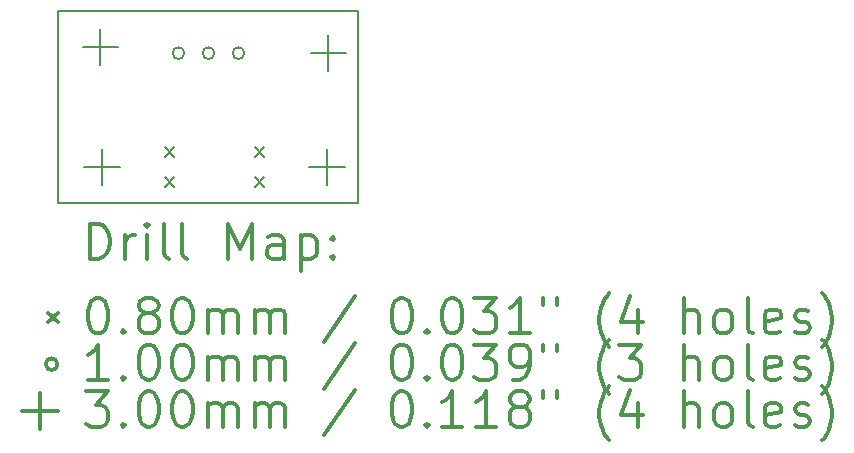
<source format=gbr>
%FSLAX45Y45*%
G04 Gerber Fmt 4.5, Leading zero omitted, Abs format (unit mm)*
G04 Created by KiCad (PCBNEW 4.0.1-stable) date Tuesday, March 29, 2016 'AMt' 01:14:40 AM*
%MOMM*%
G01*
G04 APERTURE LIST*
%ADD10C,0.127000*%
%ADD11C,0.150000*%
%ADD12C,0.200000*%
%ADD13C,0.300000*%
G04 APERTURE END LIST*
D10*
D11*
X13665200Y-11684000D02*
X13665200Y-10058400D01*
X16205200Y-11684000D02*
X13665200Y-11684000D01*
X16205200Y-10058400D02*
X16205200Y-11684000D01*
X13665200Y-10058400D02*
X16205200Y-10058400D01*
D12*
X14565000Y-11212200D02*
X14645000Y-11292200D01*
X14645000Y-11212200D02*
X14565000Y-11292200D01*
X14565000Y-11466200D02*
X14645000Y-11546200D01*
X14645000Y-11466200D02*
X14565000Y-11546200D01*
X15327000Y-11212200D02*
X15407000Y-11292200D01*
X15407000Y-11212200D02*
X15327000Y-11292200D01*
X15327000Y-11466200D02*
X15407000Y-11546200D01*
X15407000Y-11466200D02*
X15327000Y-11546200D01*
X14731200Y-10414000D02*
G75*
G03X14731200Y-10414000I-50000J0D01*
G01*
X14985200Y-10414000D02*
G75*
G03X14985200Y-10414000I-50000J0D01*
G01*
X15239200Y-10414000D02*
G75*
G03X15239200Y-10414000I-50000J0D01*
G01*
X14020800Y-10213200D02*
X14020800Y-10513200D01*
X13870800Y-10363200D02*
X14170800Y-10363200D01*
X14033500Y-11229200D02*
X14033500Y-11529200D01*
X13883500Y-11379200D02*
X14183500Y-11379200D01*
X15938500Y-11229200D02*
X15938500Y-11529200D01*
X15788500Y-11379200D02*
X16088500Y-11379200D01*
X15951200Y-10264000D02*
X15951200Y-10564000D01*
X15801200Y-10414000D02*
X16101200Y-10414000D01*
D13*
X13929128Y-12157214D02*
X13929128Y-11857214D01*
X14000557Y-11857214D01*
X14043414Y-11871500D01*
X14071986Y-11900071D01*
X14086271Y-11928643D01*
X14100557Y-11985786D01*
X14100557Y-12028643D01*
X14086271Y-12085786D01*
X14071986Y-12114357D01*
X14043414Y-12142929D01*
X14000557Y-12157214D01*
X13929128Y-12157214D01*
X14229128Y-12157214D02*
X14229128Y-11957214D01*
X14229128Y-12014357D02*
X14243414Y-11985786D01*
X14257700Y-11971500D01*
X14286271Y-11957214D01*
X14314843Y-11957214D01*
X14414843Y-12157214D02*
X14414843Y-11957214D01*
X14414843Y-11857214D02*
X14400557Y-11871500D01*
X14414843Y-11885786D01*
X14429128Y-11871500D01*
X14414843Y-11857214D01*
X14414843Y-11885786D01*
X14600557Y-12157214D02*
X14571986Y-12142929D01*
X14557700Y-12114357D01*
X14557700Y-11857214D01*
X14757700Y-12157214D02*
X14729128Y-12142929D01*
X14714843Y-12114357D01*
X14714843Y-11857214D01*
X15100557Y-12157214D02*
X15100557Y-11857214D01*
X15200557Y-12071500D01*
X15300557Y-11857214D01*
X15300557Y-12157214D01*
X15571986Y-12157214D02*
X15571986Y-12000071D01*
X15557700Y-11971500D01*
X15529128Y-11957214D01*
X15471986Y-11957214D01*
X15443414Y-11971500D01*
X15571986Y-12142929D02*
X15543414Y-12157214D01*
X15471986Y-12157214D01*
X15443414Y-12142929D01*
X15429128Y-12114357D01*
X15429128Y-12085786D01*
X15443414Y-12057214D01*
X15471986Y-12042929D01*
X15543414Y-12042929D01*
X15571986Y-12028643D01*
X15714843Y-11957214D02*
X15714843Y-12257214D01*
X15714843Y-11971500D02*
X15743414Y-11957214D01*
X15800557Y-11957214D01*
X15829128Y-11971500D01*
X15843414Y-11985786D01*
X15857700Y-12014357D01*
X15857700Y-12100071D01*
X15843414Y-12128643D01*
X15829128Y-12142929D01*
X15800557Y-12157214D01*
X15743414Y-12157214D01*
X15714843Y-12142929D01*
X15986271Y-12128643D02*
X16000557Y-12142929D01*
X15986271Y-12157214D01*
X15971986Y-12142929D01*
X15986271Y-12128643D01*
X15986271Y-12157214D01*
X15986271Y-11971500D02*
X16000557Y-11985786D01*
X15986271Y-12000071D01*
X15971986Y-11985786D01*
X15986271Y-11971500D01*
X15986271Y-12000071D01*
X13577700Y-12611500D02*
X13657700Y-12691500D01*
X13657700Y-12611500D02*
X13577700Y-12691500D01*
X13986271Y-12487214D02*
X14014843Y-12487214D01*
X14043414Y-12501500D01*
X14057700Y-12515786D01*
X14071986Y-12544357D01*
X14086271Y-12601500D01*
X14086271Y-12672929D01*
X14071986Y-12730071D01*
X14057700Y-12758643D01*
X14043414Y-12772929D01*
X14014843Y-12787214D01*
X13986271Y-12787214D01*
X13957700Y-12772929D01*
X13943414Y-12758643D01*
X13929128Y-12730071D01*
X13914843Y-12672929D01*
X13914843Y-12601500D01*
X13929128Y-12544357D01*
X13943414Y-12515786D01*
X13957700Y-12501500D01*
X13986271Y-12487214D01*
X14214843Y-12758643D02*
X14229128Y-12772929D01*
X14214843Y-12787214D01*
X14200557Y-12772929D01*
X14214843Y-12758643D01*
X14214843Y-12787214D01*
X14400557Y-12615786D02*
X14371986Y-12601500D01*
X14357700Y-12587214D01*
X14343414Y-12558643D01*
X14343414Y-12544357D01*
X14357700Y-12515786D01*
X14371986Y-12501500D01*
X14400557Y-12487214D01*
X14457700Y-12487214D01*
X14486271Y-12501500D01*
X14500557Y-12515786D01*
X14514843Y-12544357D01*
X14514843Y-12558643D01*
X14500557Y-12587214D01*
X14486271Y-12601500D01*
X14457700Y-12615786D01*
X14400557Y-12615786D01*
X14371986Y-12630071D01*
X14357700Y-12644357D01*
X14343414Y-12672929D01*
X14343414Y-12730071D01*
X14357700Y-12758643D01*
X14371986Y-12772929D01*
X14400557Y-12787214D01*
X14457700Y-12787214D01*
X14486271Y-12772929D01*
X14500557Y-12758643D01*
X14514843Y-12730071D01*
X14514843Y-12672929D01*
X14500557Y-12644357D01*
X14486271Y-12630071D01*
X14457700Y-12615786D01*
X14700557Y-12487214D02*
X14729128Y-12487214D01*
X14757700Y-12501500D01*
X14771986Y-12515786D01*
X14786271Y-12544357D01*
X14800557Y-12601500D01*
X14800557Y-12672929D01*
X14786271Y-12730071D01*
X14771986Y-12758643D01*
X14757700Y-12772929D01*
X14729128Y-12787214D01*
X14700557Y-12787214D01*
X14671986Y-12772929D01*
X14657700Y-12758643D01*
X14643414Y-12730071D01*
X14629128Y-12672929D01*
X14629128Y-12601500D01*
X14643414Y-12544357D01*
X14657700Y-12515786D01*
X14671986Y-12501500D01*
X14700557Y-12487214D01*
X14929128Y-12787214D02*
X14929128Y-12587214D01*
X14929128Y-12615786D02*
X14943414Y-12601500D01*
X14971986Y-12587214D01*
X15014843Y-12587214D01*
X15043414Y-12601500D01*
X15057700Y-12630071D01*
X15057700Y-12787214D01*
X15057700Y-12630071D02*
X15071986Y-12601500D01*
X15100557Y-12587214D01*
X15143414Y-12587214D01*
X15171986Y-12601500D01*
X15186271Y-12630071D01*
X15186271Y-12787214D01*
X15329128Y-12787214D02*
X15329128Y-12587214D01*
X15329128Y-12615786D02*
X15343414Y-12601500D01*
X15371986Y-12587214D01*
X15414843Y-12587214D01*
X15443414Y-12601500D01*
X15457700Y-12630071D01*
X15457700Y-12787214D01*
X15457700Y-12630071D02*
X15471986Y-12601500D01*
X15500557Y-12587214D01*
X15543414Y-12587214D01*
X15571986Y-12601500D01*
X15586271Y-12630071D01*
X15586271Y-12787214D01*
X16171986Y-12472929D02*
X15914843Y-12858643D01*
X16557700Y-12487214D02*
X16586271Y-12487214D01*
X16614843Y-12501500D01*
X16629128Y-12515786D01*
X16643414Y-12544357D01*
X16657700Y-12601500D01*
X16657700Y-12672929D01*
X16643414Y-12730071D01*
X16629128Y-12758643D01*
X16614843Y-12772929D01*
X16586271Y-12787214D01*
X16557700Y-12787214D01*
X16529128Y-12772929D01*
X16514843Y-12758643D01*
X16500557Y-12730071D01*
X16486271Y-12672929D01*
X16486271Y-12601500D01*
X16500557Y-12544357D01*
X16514843Y-12515786D01*
X16529128Y-12501500D01*
X16557700Y-12487214D01*
X16786271Y-12758643D02*
X16800557Y-12772929D01*
X16786271Y-12787214D01*
X16771986Y-12772929D01*
X16786271Y-12758643D01*
X16786271Y-12787214D01*
X16986271Y-12487214D02*
X17014843Y-12487214D01*
X17043414Y-12501500D01*
X17057700Y-12515786D01*
X17071986Y-12544357D01*
X17086271Y-12601500D01*
X17086271Y-12672929D01*
X17071986Y-12730071D01*
X17057700Y-12758643D01*
X17043414Y-12772929D01*
X17014843Y-12787214D01*
X16986271Y-12787214D01*
X16957700Y-12772929D01*
X16943414Y-12758643D01*
X16929128Y-12730071D01*
X16914843Y-12672929D01*
X16914843Y-12601500D01*
X16929128Y-12544357D01*
X16943414Y-12515786D01*
X16957700Y-12501500D01*
X16986271Y-12487214D01*
X17186271Y-12487214D02*
X17371986Y-12487214D01*
X17271986Y-12601500D01*
X17314843Y-12601500D01*
X17343414Y-12615786D01*
X17357700Y-12630071D01*
X17371986Y-12658643D01*
X17371986Y-12730071D01*
X17357700Y-12758643D01*
X17343414Y-12772929D01*
X17314843Y-12787214D01*
X17229128Y-12787214D01*
X17200557Y-12772929D01*
X17186271Y-12758643D01*
X17657700Y-12787214D02*
X17486271Y-12787214D01*
X17571986Y-12787214D02*
X17571986Y-12487214D01*
X17543414Y-12530071D01*
X17514843Y-12558643D01*
X17486271Y-12572929D01*
X17771986Y-12487214D02*
X17771986Y-12544357D01*
X17886271Y-12487214D02*
X17886271Y-12544357D01*
X18329128Y-12901500D02*
X18314843Y-12887214D01*
X18286271Y-12844357D01*
X18271986Y-12815786D01*
X18257700Y-12772929D01*
X18243414Y-12701500D01*
X18243414Y-12644357D01*
X18257700Y-12572929D01*
X18271986Y-12530071D01*
X18286271Y-12501500D01*
X18314843Y-12458643D01*
X18329128Y-12444357D01*
X18571986Y-12587214D02*
X18571986Y-12787214D01*
X18500557Y-12472929D02*
X18429128Y-12687214D01*
X18614843Y-12687214D01*
X18957700Y-12787214D02*
X18957700Y-12487214D01*
X19086271Y-12787214D02*
X19086271Y-12630071D01*
X19071986Y-12601500D01*
X19043414Y-12587214D01*
X19000557Y-12587214D01*
X18971986Y-12601500D01*
X18957700Y-12615786D01*
X19271986Y-12787214D02*
X19243414Y-12772929D01*
X19229128Y-12758643D01*
X19214843Y-12730071D01*
X19214843Y-12644357D01*
X19229128Y-12615786D01*
X19243414Y-12601500D01*
X19271986Y-12587214D01*
X19314843Y-12587214D01*
X19343414Y-12601500D01*
X19357700Y-12615786D01*
X19371986Y-12644357D01*
X19371986Y-12730071D01*
X19357700Y-12758643D01*
X19343414Y-12772929D01*
X19314843Y-12787214D01*
X19271986Y-12787214D01*
X19543414Y-12787214D02*
X19514843Y-12772929D01*
X19500557Y-12744357D01*
X19500557Y-12487214D01*
X19771986Y-12772929D02*
X19743414Y-12787214D01*
X19686271Y-12787214D01*
X19657700Y-12772929D01*
X19643414Y-12744357D01*
X19643414Y-12630071D01*
X19657700Y-12601500D01*
X19686271Y-12587214D01*
X19743414Y-12587214D01*
X19771986Y-12601500D01*
X19786271Y-12630071D01*
X19786271Y-12658643D01*
X19643414Y-12687214D01*
X19900557Y-12772929D02*
X19929129Y-12787214D01*
X19986271Y-12787214D01*
X20014843Y-12772929D01*
X20029129Y-12744357D01*
X20029129Y-12730071D01*
X20014843Y-12701500D01*
X19986271Y-12687214D01*
X19943414Y-12687214D01*
X19914843Y-12672929D01*
X19900557Y-12644357D01*
X19900557Y-12630071D01*
X19914843Y-12601500D01*
X19943414Y-12587214D01*
X19986271Y-12587214D01*
X20014843Y-12601500D01*
X20129128Y-12901500D02*
X20143414Y-12887214D01*
X20171986Y-12844357D01*
X20186271Y-12815786D01*
X20200557Y-12772929D01*
X20214843Y-12701500D01*
X20214843Y-12644357D01*
X20200557Y-12572929D01*
X20186271Y-12530071D01*
X20171986Y-12501500D01*
X20143414Y-12458643D01*
X20129128Y-12444357D01*
X13657700Y-13047500D02*
G75*
G03X13657700Y-13047500I-50000J0D01*
G01*
X14086271Y-13183214D02*
X13914843Y-13183214D01*
X14000557Y-13183214D02*
X14000557Y-12883214D01*
X13971986Y-12926071D01*
X13943414Y-12954643D01*
X13914843Y-12968929D01*
X14214843Y-13154643D02*
X14229128Y-13168929D01*
X14214843Y-13183214D01*
X14200557Y-13168929D01*
X14214843Y-13154643D01*
X14214843Y-13183214D01*
X14414843Y-12883214D02*
X14443414Y-12883214D01*
X14471986Y-12897500D01*
X14486271Y-12911786D01*
X14500557Y-12940357D01*
X14514843Y-12997500D01*
X14514843Y-13068929D01*
X14500557Y-13126071D01*
X14486271Y-13154643D01*
X14471986Y-13168929D01*
X14443414Y-13183214D01*
X14414843Y-13183214D01*
X14386271Y-13168929D01*
X14371986Y-13154643D01*
X14357700Y-13126071D01*
X14343414Y-13068929D01*
X14343414Y-12997500D01*
X14357700Y-12940357D01*
X14371986Y-12911786D01*
X14386271Y-12897500D01*
X14414843Y-12883214D01*
X14700557Y-12883214D02*
X14729128Y-12883214D01*
X14757700Y-12897500D01*
X14771986Y-12911786D01*
X14786271Y-12940357D01*
X14800557Y-12997500D01*
X14800557Y-13068929D01*
X14786271Y-13126071D01*
X14771986Y-13154643D01*
X14757700Y-13168929D01*
X14729128Y-13183214D01*
X14700557Y-13183214D01*
X14671986Y-13168929D01*
X14657700Y-13154643D01*
X14643414Y-13126071D01*
X14629128Y-13068929D01*
X14629128Y-12997500D01*
X14643414Y-12940357D01*
X14657700Y-12911786D01*
X14671986Y-12897500D01*
X14700557Y-12883214D01*
X14929128Y-13183214D02*
X14929128Y-12983214D01*
X14929128Y-13011786D02*
X14943414Y-12997500D01*
X14971986Y-12983214D01*
X15014843Y-12983214D01*
X15043414Y-12997500D01*
X15057700Y-13026071D01*
X15057700Y-13183214D01*
X15057700Y-13026071D02*
X15071986Y-12997500D01*
X15100557Y-12983214D01*
X15143414Y-12983214D01*
X15171986Y-12997500D01*
X15186271Y-13026071D01*
X15186271Y-13183214D01*
X15329128Y-13183214D02*
X15329128Y-12983214D01*
X15329128Y-13011786D02*
X15343414Y-12997500D01*
X15371986Y-12983214D01*
X15414843Y-12983214D01*
X15443414Y-12997500D01*
X15457700Y-13026071D01*
X15457700Y-13183214D01*
X15457700Y-13026071D02*
X15471986Y-12997500D01*
X15500557Y-12983214D01*
X15543414Y-12983214D01*
X15571986Y-12997500D01*
X15586271Y-13026071D01*
X15586271Y-13183214D01*
X16171986Y-12868929D02*
X15914843Y-13254643D01*
X16557700Y-12883214D02*
X16586271Y-12883214D01*
X16614843Y-12897500D01*
X16629128Y-12911786D01*
X16643414Y-12940357D01*
X16657700Y-12997500D01*
X16657700Y-13068929D01*
X16643414Y-13126071D01*
X16629128Y-13154643D01*
X16614843Y-13168929D01*
X16586271Y-13183214D01*
X16557700Y-13183214D01*
X16529128Y-13168929D01*
X16514843Y-13154643D01*
X16500557Y-13126071D01*
X16486271Y-13068929D01*
X16486271Y-12997500D01*
X16500557Y-12940357D01*
X16514843Y-12911786D01*
X16529128Y-12897500D01*
X16557700Y-12883214D01*
X16786271Y-13154643D02*
X16800557Y-13168929D01*
X16786271Y-13183214D01*
X16771986Y-13168929D01*
X16786271Y-13154643D01*
X16786271Y-13183214D01*
X16986271Y-12883214D02*
X17014843Y-12883214D01*
X17043414Y-12897500D01*
X17057700Y-12911786D01*
X17071986Y-12940357D01*
X17086271Y-12997500D01*
X17086271Y-13068929D01*
X17071986Y-13126071D01*
X17057700Y-13154643D01*
X17043414Y-13168929D01*
X17014843Y-13183214D01*
X16986271Y-13183214D01*
X16957700Y-13168929D01*
X16943414Y-13154643D01*
X16929128Y-13126071D01*
X16914843Y-13068929D01*
X16914843Y-12997500D01*
X16929128Y-12940357D01*
X16943414Y-12911786D01*
X16957700Y-12897500D01*
X16986271Y-12883214D01*
X17186271Y-12883214D02*
X17371986Y-12883214D01*
X17271986Y-12997500D01*
X17314843Y-12997500D01*
X17343414Y-13011786D01*
X17357700Y-13026071D01*
X17371986Y-13054643D01*
X17371986Y-13126071D01*
X17357700Y-13154643D01*
X17343414Y-13168929D01*
X17314843Y-13183214D01*
X17229128Y-13183214D01*
X17200557Y-13168929D01*
X17186271Y-13154643D01*
X17514843Y-13183214D02*
X17571986Y-13183214D01*
X17600557Y-13168929D01*
X17614843Y-13154643D01*
X17643414Y-13111786D01*
X17657700Y-13054643D01*
X17657700Y-12940357D01*
X17643414Y-12911786D01*
X17629128Y-12897500D01*
X17600557Y-12883214D01*
X17543414Y-12883214D01*
X17514843Y-12897500D01*
X17500557Y-12911786D01*
X17486271Y-12940357D01*
X17486271Y-13011786D01*
X17500557Y-13040357D01*
X17514843Y-13054643D01*
X17543414Y-13068929D01*
X17600557Y-13068929D01*
X17629128Y-13054643D01*
X17643414Y-13040357D01*
X17657700Y-13011786D01*
X17771986Y-12883214D02*
X17771986Y-12940357D01*
X17886271Y-12883214D02*
X17886271Y-12940357D01*
X18329128Y-13297500D02*
X18314843Y-13283214D01*
X18286271Y-13240357D01*
X18271986Y-13211786D01*
X18257700Y-13168929D01*
X18243414Y-13097500D01*
X18243414Y-13040357D01*
X18257700Y-12968929D01*
X18271986Y-12926071D01*
X18286271Y-12897500D01*
X18314843Y-12854643D01*
X18329128Y-12840357D01*
X18414843Y-12883214D02*
X18600557Y-12883214D01*
X18500557Y-12997500D01*
X18543414Y-12997500D01*
X18571986Y-13011786D01*
X18586271Y-13026071D01*
X18600557Y-13054643D01*
X18600557Y-13126071D01*
X18586271Y-13154643D01*
X18571986Y-13168929D01*
X18543414Y-13183214D01*
X18457700Y-13183214D01*
X18429128Y-13168929D01*
X18414843Y-13154643D01*
X18957700Y-13183214D02*
X18957700Y-12883214D01*
X19086271Y-13183214D02*
X19086271Y-13026071D01*
X19071986Y-12997500D01*
X19043414Y-12983214D01*
X19000557Y-12983214D01*
X18971986Y-12997500D01*
X18957700Y-13011786D01*
X19271986Y-13183214D02*
X19243414Y-13168929D01*
X19229128Y-13154643D01*
X19214843Y-13126071D01*
X19214843Y-13040357D01*
X19229128Y-13011786D01*
X19243414Y-12997500D01*
X19271986Y-12983214D01*
X19314843Y-12983214D01*
X19343414Y-12997500D01*
X19357700Y-13011786D01*
X19371986Y-13040357D01*
X19371986Y-13126071D01*
X19357700Y-13154643D01*
X19343414Y-13168929D01*
X19314843Y-13183214D01*
X19271986Y-13183214D01*
X19543414Y-13183214D02*
X19514843Y-13168929D01*
X19500557Y-13140357D01*
X19500557Y-12883214D01*
X19771986Y-13168929D02*
X19743414Y-13183214D01*
X19686271Y-13183214D01*
X19657700Y-13168929D01*
X19643414Y-13140357D01*
X19643414Y-13026071D01*
X19657700Y-12997500D01*
X19686271Y-12983214D01*
X19743414Y-12983214D01*
X19771986Y-12997500D01*
X19786271Y-13026071D01*
X19786271Y-13054643D01*
X19643414Y-13083214D01*
X19900557Y-13168929D02*
X19929129Y-13183214D01*
X19986271Y-13183214D01*
X20014843Y-13168929D01*
X20029129Y-13140357D01*
X20029129Y-13126071D01*
X20014843Y-13097500D01*
X19986271Y-13083214D01*
X19943414Y-13083214D01*
X19914843Y-13068929D01*
X19900557Y-13040357D01*
X19900557Y-13026071D01*
X19914843Y-12997500D01*
X19943414Y-12983214D01*
X19986271Y-12983214D01*
X20014843Y-12997500D01*
X20129128Y-13297500D02*
X20143414Y-13283214D01*
X20171986Y-13240357D01*
X20186271Y-13211786D01*
X20200557Y-13168929D01*
X20214843Y-13097500D01*
X20214843Y-13040357D01*
X20200557Y-12968929D01*
X20186271Y-12926071D01*
X20171986Y-12897500D01*
X20143414Y-12854643D01*
X20129128Y-12840357D01*
X13507700Y-13293500D02*
X13507700Y-13593500D01*
X13357700Y-13443500D02*
X13657700Y-13443500D01*
X13900557Y-13279214D02*
X14086271Y-13279214D01*
X13986271Y-13393500D01*
X14029128Y-13393500D01*
X14057700Y-13407786D01*
X14071986Y-13422071D01*
X14086271Y-13450643D01*
X14086271Y-13522071D01*
X14071986Y-13550643D01*
X14057700Y-13564929D01*
X14029128Y-13579214D01*
X13943414Y-13579214D01*
X13914843Y-13564929D01*
X13900557Y-13550643D01*
X14214843Y-13550643D02*
X14229128Y-13564929D01*
X14214843Y-13579214D01*
X14200557Y-13564929D01*
X14214843Y-13550643D01*
X14214843Y-13579214D01*
X14414843Y-13279214D02*
X14443414Y-13279214D01*
X14471986Y-13293500D01*
X14486271Y-13307786D01*
X14500557Y-13336357D01*
X14514843Y-13393500D01*
X14514843Y-13464929D01*
X14500557Y-13522071D01*
X14486271Y-13550643D01*
X14471986Y-13564929D01*
X14443414Y-13579214D01*
X14414843Y-13579214D01*
X14386271Y-13564929D01*
X14371986Y-13550643D01*
X14357700Y-13522071D01*
X14343414Y-13464929D01*
X14343414Y-13393500D01*
X14357700Y-13336357D01*
X14371986Y-13307786D01*
X14386271Y-13293500D01*
X14414843Y-13279214D01*
X14700557Y-13279214D02*
X14729128Y-13279214D01*
X14757700Y-13293500D01*
X14771986Y-13307786D01*
X14786271Y-13336357D01*
X14800557Y-13393500D01*
X14800557Y-13464929D01*
X14786271Y-13522071D01*
X14771986Y-13550643D01*
X14757700Y-13564929D01*
X14729128Y-13579214D01*
X14700557Y-13579214D01*
X14671986Y-13564929D01*
X14657700Y-13550643D01*
X14643414Y-13522071D01*
X14629128Y-13464929D01*
X14629128Y-13393500D01*
X14643414Y-13336357D01*
X14657700Y-13307786D01*
X14671986Y-13293500D01*
X14700557Y-13279214D01*
X14929128Y-13579214D02*
X14929128Y-13379214D01*
X14929128Y-13407786D02*
X14943414Y-13393500D01*
X14971986Y-13379214D01*
X15014843Y-13379214D01*
X15043414Y-13393500D01*
X15057700Y-13422071D01*
X15057700Y-13579214D01*
X15057700Y-13422071D02*
X15071986Y-13393500D01*
X15100557Y-13379214D01*
X15143414Y-13379214D01*
X15171986Y-13393500D01*
X15186271Y-13422071D01*
X15186271Y-13579214D01*
X15329128Y-13579214D02*
X15329128Y-13379214D01*
X15329128Y-13407786D02*
X15343414Y-13393500D01*
X15371986Y-13379214D01*
X15414843Y-13379214D01*
X15443414Y-13393500D01*
X15457700Y-13422071D01*
X15457700Y-13579214D01*
X15457700Y-13422071D02*
X15471986Y-13393500D01*
X15500557Y-13379214D01*
X15543414Y-13379214D01*
X15571986Y-13393500D01*
X15586271Y-13422071D01*
X15586271Y-13579214D01*
X16171986Y-13264929D02*
X15914843Y-13650643D01*
X16557700Y-13279214D02*
X16586271Y-13279214D01*
X16614843Y-13293500D01*
X16629128Y-13307786D01*
X16643414Y-13336357D01*
X16657700Y-13393500D01*
X16657700Y-13464929D01*
X16643414Y-13522071D01*
X16629128Y-13550643D01*
X16614843Y-13564929D01*
X16586271Y-13579214D01*
X16557700Y-13579214D01*
X16529128Y-13564929D01*
X16514843Y-13550643D01*
X16500557Y-13522071D01*
X16486271Y-13464929D01*
X16486271Y-13393500D01*
X16500557Y-13336357D01*
X16514843Y-13307786D01*
X16529128Y-13293500D01*
X16557700Y-13279214D01*
X16786271Y-13550643D02*
X16800557Y-13564929D01*
X16786271Y-13579214D01*
X16771986Y-13564929D01*
X16786271Y-13550643D01*
X16786271Y-13579214D01*
X17086271Y-13579214D02*
X16914843Y-13579214D01*
X17000557Y-13579214D02*
X17000557Y-13279214D01*
X16971986Y-13322071D01*
X16943414Y-13350643D01*
X16914843Y-13364929D01*
X17371986Y-13579214D02*
X17200557Y-13579214D01*
X17286271Y-13579214D02*
X17286271Y-13279214D01*
X17257700Y-13322071D01*
X17229128Y-13350643D01*
X17200557Y-13364929D01*
X17543414Y-13407786D02*
X17514843Y-13393500D01*
X17500557Y-13379214D01*
X17486271Y-13350643D01*
X17486271Y-13336357D01*
X17500557Y-13307786D01*
X17514843Y-13293500D01*
X17543414Y-13279214D01*
X17600557Y-13279214D01*
X17629128Y-13293500D01*
X17643414Y-13307786D01*
X17657700Y-13336357D01*
X17657700Y-13350643D01*
X17643414Y-13379214D01*
X17629128Y-13393500D01*
X17600557Y-13407786D01*
X17543414Y-13407786D01*
X17514843Y-13422071D01*
X17500557Y-13436357D01*
X17486271Y-13464929D01*
X17486271Y-13522071D01*
X17500557Y-13550643D01*
X17514843Y-13564929D01*
X17543414Y-13579214D01*
X17600557Y-13579214D01*
X17629128Y-13564929D01*
X17643414Y-13550643D01*
X17657700Y-13522071D01*
X17657700Y-13464929D01*
X17643414Y-13436357D01*
X17629128Y-13422071D01*
X17600557Y-13407786D01*
X17771986Y-13279214D02*
X17771986Y-13336357D01*
X17886271Y-13279214D02*
X17886271Y-13336357D01*
X18329128Y-13693500D02*
X18314843Y-13679214D01*
X18286271Y-13636357D01*
X18271986Y-13607786D01*
X18257700Y-13564929D01*
X18243414Y-13493500D01*
X18243414Y-13436357D01*
X18257700Y-13364929D01*
X18271986Y-13322071D01*
X18286271Y-13293500D01*
X18314843Y-13250643D01*
X18329128Y-13236357D01*
X18571986Y-13379214D02*
X18571986Y-13579214D01*
X18500557Y-13264929D02*
X18429128Y-13479214D01*
X18614843Y-13479214D01*
X18957700Y-13579214D02*
X18957700Y-13279214D01*
X19086271Y-13579214D02*
X19086271Y-13422071D01*
X19071986Y-13393500D01*
X19043414Y-13379214D01*
X19000557Y-13379214D01*
X18971986Y-13393500D01*
X18957700Y-13407786D01*
X19271986Y-13579214D02*
X19243414Y-13564929D01*
X19229128Y-13550643D01*
X19214843Y-13522071D01*
X19214843Y-13436357D01*
X19229128Y-13407786D01*
X19243414Y-13393500D01*
X19271986Y-13379214D01*
X19314843Y-13379214D01*
X19343414Y-13393500D01*
X19357700Y-13407786D01*
X19371986Y-13436357D01*
X19371986Y-13522071D01*
X19357700Y-13550643D01*
X19343414Y-13564929D01*
X19314843Y-13579214D01*
X19271986Y-13579214D01*
X19543414Y-13579214D02*
X19514843Y-13564929D01*
X19500557Y-13536357D01*
X19500557Y-13279214D01*
X19771986Y-13564929D02*
X19743414Y-13579214D01*
X19686271Y-13579214D01*
X19657700Y-13564929D01*
X19643414Y-13536357D01*
X19643414Y-13422071D01*
X19657700Y-13393500D01*
X19686271Y-13379214D01*
X19743414Y-13379214D01*
X19771986Y-13393500D01*
X19786271Y-13422071D01*
X19786271Y-13450643D01*
X19643414Y-13479214D01*
X19900557Y-13564929D02*
X19929129Y-13579214D01*
X19986271Y-13579214D01*
X20014843Y-13564929D01*
X20029129Y-13536357D01*
X20029129Y-13522071D01*
X20014843Y-13493500D01*
X19986271Y-13479214D01*
X19943414Y-13479214D01*
X19914843Y-13464929D01*
X19900557Y-13436357D01*
X19900557Y-13422071D01*
X19914843Y-13393500D01*
X19943414Y-13379214D01*
X19986271Y-13379214D01*
X20014843Y-13393500D01*
X20129128Y-13693500D02*
X20143414Y-13679214D01*
X20171986Y-13636357D01*
X20186271Y-13607786D01*
X20200557Y-13564929D01*
X20214843Y-13493500D01*
X20214843Y-13436357D01*
X20200557Y-13364929D01*
X20186271Y-13322071D01*
X20171986Y-13293500D01*
X20143414Y-13250643D01*
X20129128Y-13236357D01*
M02*

</source>
